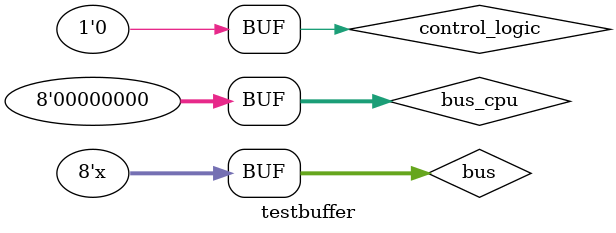
<source format=v>
`timescale 1ns / 1ps
module Data_bus_buffer(
input control_logic,
inout [7:0] bus_cpu,
inout [7:0] bus
    );
/*
always@ (control_logic)

if(!control_logic)begin

	bus <= databus;

end
else begin

	databus <= bus;

end*/

assign bus = (control_logic)? 8'bzzzz_zzzz : bus_cpu; // if control = 1 A processor write on ports
assign bus_cpu = (control_logic)? bus : 8'bzzzz_zzzz; // if control = 0 processor read from ports

endmodule



module testbuffer();


reg control_logic;
wire [7:0] bus_cpu,bus;

Data_bus_buffer databus (
    .control_logic(control_logic), 
    .bus_cpu(bus_cpu), 
    .bus(bus)
    );


assign bus=(control_logic)?8'hff:8'bzzzz_zzzz;

assign bus_cpu= (control_logic)? 8'bzzzz_zzzz :8'h00;

initial
begin

control_logic=1'b1;
#10


control_logic=1'b0;
#10


control_logic=1'b1;
#10


control_logic=1'b0;




end



endmodule

</source>
